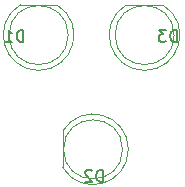
<source format=gbo>
G04 #@! TF.GenerationSoftware,KiCad,Pcbnew,5.1.5+dfsg1-2build2*
G04 #@! TF.CreationDate,2022-04-03T20:03:19+02:00*
G04 #@! TF.ProjectId,rincePile,72696e63-6550-4696-9c65-2e6b69636164,rev?*
G04 #@! TF.SameCoordinates,Original*
G04 #@! TF.FileFunction,Legend,Bot*
G04 #@! TF.FilePolarity,Positive*
%FSLAX46Y46*%
G04 Gerber Fmt 4.6, Leading zero omitted, Abs format (unit mm)*
G04 Created by KiCad (PCBNEW 5.1.5+dfsg1-2build2) date 2022-04-03 20:03:19*
%MOMM*%
%LPD*%
G04 APERTURE LIST*
%ADD10C,0.120000*%
%ADD11C,0.150000*%
G04 APERTURE END LIST*
D10*
X97990048Y24425693D02*
X101080048Y24425693D01*
X102035048Y21865693D02*
G75*
G03X102035048Y21865693I-2500000J0D01*
G01*
X99534586Y18875693D02*
G75*
G03X101079878Y24425693I462J2990000D01*
G01*
X99535510Y18875693D02*
G75*
G02X97990218Y24425693I-462J2990000D01*
G01*
X101580000Y10647000D02*
X101580000Y13737000D01*
X106640000Y12192000D02*
G75*
G03X106640000Y12192000I-2500000J0D01*
G01*
X107130000Y12191538D02*
G75*
G03X101580000Y13736830I-2990000J462D01*
G01*
X107130000Y12192462D02*
G75*
G02X101580000Y10647170I-2990000J-462D01*
G01*
X106960679Y24421641D02*
X110050679Y24421641D01*
X111005679Y21861641D02*
G75*
G03X111005679Y21861641I-2500000J0D01*
G01*
X108505217Y18871641D02*
G75*
G03X110050509Y24421641I462J2990000D01*
G01*
X108506141Y18871641D02*
G75*
G02X106960849Y24421641I-462J2990000D01*
G01*
D11*
X98238095Y21297619D02*
X98238095Y22297619D01*
X98000000Y22297619D01*
X97857142Y22250000D01*
X97761904Y22154761D01*
X97714285Y22059523D01*
X97666666Y21869047D01*
X97666666Y21726190D01*
X97714285Y21535714D01*
X97761904Y21440476D01*
X97857142Y21345238D01*
X98000000Y21297619D01*
X98238095Y21297619D01*
X96714285Y21297619D02*
X97285714Y21297619D01*
X97000000Y21297619D02*
X97000000Y22297619D01*
X97095238Y22154761D01*
X97190476Y22059523D01*
X97285714Y22011904D01*
X104988095Y9453619D02*
X104988095Y10453619D01*
X104750000Y10453619D01*
X104607142Y10406000D01*
X104511904Y10310761D01*
X104464285Y10215523D01*
X104416666Y10025047D01*
X104416666Y9882190D01*
X104464285Y9691714D01*
X104511904Y9596476D01*
X104607142Y9501238D01*
X104750000Y9453619D01*
X104988095Y9453619D01*
X104035714Y10358380D02*
X103988095Y10406000D01*
X103892857Y10453619D01*
X103654761Y10453619D01*
X103559523Y10406000D01*
X103511904Y10358380D01*
X103464285Y10263142D01*
X103464285Y10167904D01*
X103511904Y10025047D01*
X104083333Y9453619D01*
X103464285Y9453619D01*
X111238095Y21297619D02*
X111238095Y22297619D01*
X111000000Y22297619D01*
X110857142Y22250000D01*
X110761904Y22154761D01*
X110714285Y22059523D01*
X110666666Y21869047D01*
X110666666Y21726190D01*
X110714285Y21535714D01*
X110761904Y21440476D01*
X110857142Y21345238D01*
X111000000Y21297619D01*
X111238095Y21297619D01*
X110333333Y22297619D02*
X109714285Y22297619D01*
X110047619Y21916666D01*
X109904761Y21916666D01*
X109809523Y21869047D01*
X109761904Y21821428D01*
X109714285Y21726190D01*
X109714285Y21488095D01*
X109761904Y21392857D01*
X109809523Y21345238D01*
X109904761Y21297619D01*
X110190476Y21297619D01*
X110285714Y21345238D01*
X110333333Y21392857D01*
M02*

</source>
